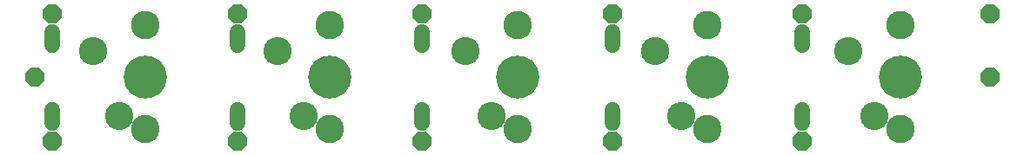
<source format=gts>
G75*
%MOIN*%
%OFA0B0*%
%FSLAX25Y25*%
%IPPOS*%
%LPD*%
%AMOC8*
5,1,8,0,0,1.08239X$1,22.5*
%
%ADD10C,0.06000*%
%ADD11OC8,0.07100*%
%ADD12C,0.10800*%
%ADD13C,0.10924*%
%ADD14C,0.16550*%
D10*
X0011940Y0029879D02*
X0011940Y0035079D01*
X0082806Y0035079D02*
X0082806Y0029879D01*
X0153672Y0029879D02*
X0153672Y0035079D01*
X0226507Y0035079D02*
X0226507Y0029879D01*
X0299341Y0029879D02*
X0299341Y0035079D01*
X0299341Y0059879D02*
X0299341Y0065079D01*
X0226507Y0065079D02*
X0226507Y0059879D01*
X0153672Y0059879D02*
X0153672Y0065079D01*
X0082806Y0065079D02*
X0082806Y0059879D01*
X0011940Y0059879D02*
X0011940Y0065079D01*
D11*
X0011940Y0022873D03*
X0082806Y0022873D03*
X0153672Y0022873D03*
X0226507Y0022873D03*
X0299341Y0022873D03*
X0371192Y0047479D03*
X0371192Y0072085D03*
X0299341Y0072085D03*
X0226507Y0072085D03*
X0153672Y0072085D03*
X0082806Y0072085D03*
X0011940Y0072085D03*
X0005050Y0047479D03*
D12*
X0027373Y0057479D03*
X0098239Y0057479D03*
X0170089Y0057479D03*
X0242924Y0057479D03*
X0316743Y0057479D03*
X0326743Y0032479D03*
X0252924Y0032479D03*
X0180089Y0032479D03*
X0108239Y0032479D03*
X0037373Y0032479D03*
D13*
X0047373Y0027479D03*
X0118239Y0027479D03*
X0190089Y0027479D03*
X0262924Y0027479D03*
X0336743Y0027479D03*
X0336743Y0067479D03*
X0262924Y0067479D03*
X0190089Y0067479D03*
X0118239Y0067479D03*
X0047373Y0067479D03*
D14*
X0047373Y0047479D03*
X0118239Y0047479D03*
X0190089Y0047479D03*
X0262924Y0047479D03*
X0336743Y0047479D03*
M02*

</source>
